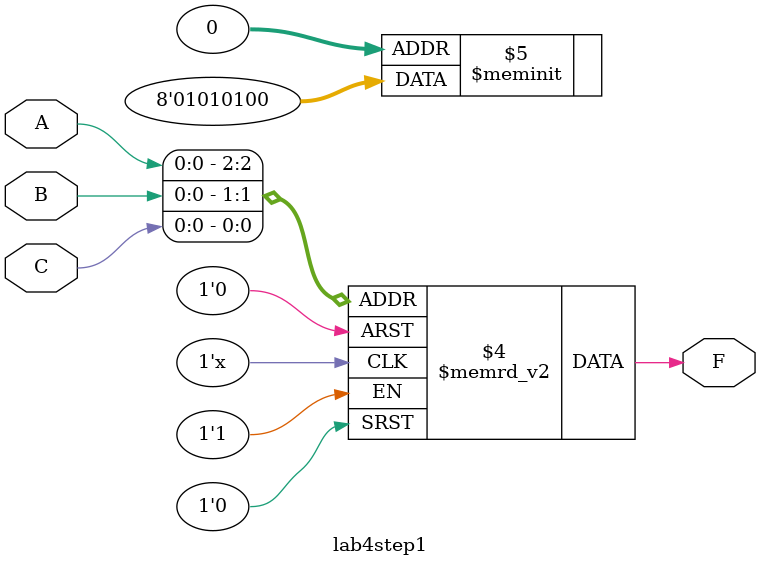
<source format=sv>
module lab4step1 (F, A, B, C);

input A, B, C;

output F;

reg F;                 //procedural statements can only change the values of


                        //variables declared as memory elements such as a reg (register)
always @(A or B or C)   //invoke procedural code when these change
begin                        //begin the procedural statements
case ({A,B,C})                     //variables that affect the procedure
                                //the 3’b simply means that we are
3'b000: F= 'b0;                      //considering a three-bit binary value
3'b001: F= 'b0;
3'b010: F= 'b1;
3'b011: F= 'b0;
3'b100: F= 'b1;
3'b101: F= 'b0;
3'b110: F= 'b1;
3'b111: F= 'b0;
endcase
end                                      //end the begin statement
endmodule
</source>
